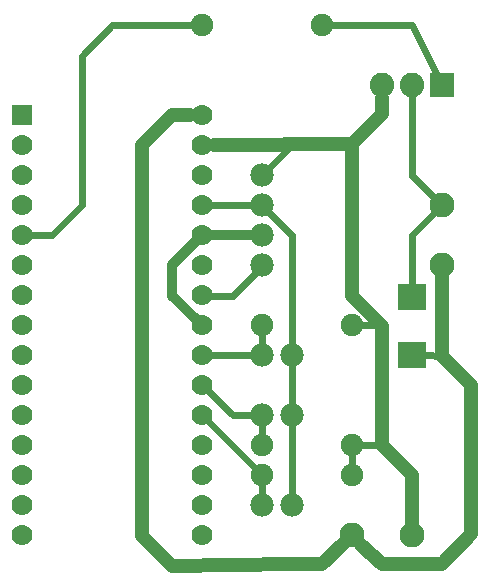
<source format=gbl>
G04 MADE WITH FRITZING*
G04 WWW.FRITZING.ORG*
G04 DOUBLE SIDED*
G04 HOLES PLATED*
G04 CONTOUR ON CENTER OF CONTOUR VECTOR*
%ASAXBY*%
%FSLAX23Y23*%
%MOIN*%
%OFA0B0*%
%SFA1.0B1.0*%
%ADD10C,0.075000*%
%ADD11C,0.082000*%
%ADD12C,0.083307*%
%ADD13C,0.078000*%
%ADD14C,0.070000*%
%ADD15R,0.082000X0.082000*%
%ADD16R,0.069972X0.070000*%
%ADD17C,0.024000*%
%ADD18C,0.032000*%
%ADD19C,0.048000*%
%LNCOPPER0*%
G90*
G70*
G54D10*
X1236Y539D03*
X936Y539D03*
X1236Y1039D03*
X936Y1039D03*
X1236Y639D03*
X936Y639D03*
X736Y2039D03*
X1136Y2039D03*
G54D11*
X1536Y1839D03*
X1436Y1839D03*
X1336Y1839D03*
G54D12*
X1536Y1239D03*
X1536Y1439D03*
X1236Y339D03*
X1436Y339D03*
G54D13*
X1036Y439D03*
X936Y439D03*
X1036Y939D03*
X936Y939D03*
X1036Y739D03*
X936Y739D03*
X936Y1539D03*
X936Y1439D03*
X936Y1339D03*
X936Y1239D03*
G54D14*
X136Y1739D03*
X136Y1639D03*
X136Y1539D03*
X136Y1439D03*
X136Y1339D03*
X136Y1239D03*
X136Y1139D03*
X136Y1039D03*
X136Y939D03*
X136Y839D03*
X136Y739D03*
X136Y639D03*
X136Y539D03*
X136Y439D03*
X136Y339D03*
X736Y1739D03*
X736Y1639D03*
X736Y1539D03*
X736Y1439D03*
X736Y1339D03*
X736Y1239D03*
X736Y1139D03*
X736Y1039D03*
X736Y939D03*
X736Y839D03*
X736Y739D03*
X736Y639D03*
X736Y539D03*
X736Y439D03*
X736Y339D03*
G54D15*
X1536Y1839D03*
G54D16*
X136Y1739D03*
G54D17*
X1037Y1639D02*
X957Y1560D01*
D02*
X765Y1639D02*
X1037Y1639D01*
D02*
X838Y1137D02*
X915Y1217D01*
D02*
X765Y1138D02*
X838Y1137D01*
D02*
X838Y1440D02*
X765Y1439D01*
D02*
X906Y1439D02*
X838Y1440D01*
G54D18*
D02*
X635Y1241D02*
X734Y1341D01*
D02*
X635Y1137D02*
X635Y1241D01*
D02*
X734Y1341D02*
X838Y1341D01*
D02*
X711Y1063D02*
X635Y1137D01*
D02*
X838Y1341D02*
X900Y1340D01*
G54D17*
D02*
X936Y668D02*
X936Y709D01*
D02*
X906Y739D02*
X838Y739D01*
D02*
X838Y739D02*
X757Y819D01*
D02*
X1335Y640D02*
X1434Y541D01*
D02*
X1265Y639D02*
X1335Y640D01*
D02*
X1434Y541D02*
X1436Y372D01*
D02*
X1335Y640D02*
X1265Y639D01*
D02*
X1335Y640D02*
X1434Y541D01*
D02*
X1434Y541D02*
X1335Y640D01*
D02*
X1335Y1037D02*
X1335Y640D01*
D02*
X1434Y1341D02*
X1436Y1170D01*
D02*
X1512Y1416D02*
X1434Y1341D01*
D02*
X1534Y938D02*
X1478Y939D01*
D02*
X1536Y1206D02*
X1534Y938D01*
D02*
X1236Y568D02*
X1236Y611D01*
G54D19*
D02*
X635Y237D02*
X1036Y242D01*
D02*
X1036Y242D02*
X1136Y242D01*
D02*
X1136Y242D02*
X1204Y309D01*
D02*
X535Y337D02*
X635Y237D01*
D02*
X696Y1739D02*
X636Y1739D01*
D02*
X535Y1639D02*
X535Y337D01*
D02*
X736Y1739D02*
X734Y1738D01*
G54D17*
D02*
X1434Y2040D02*
X1521Y1868D01*
D02*
X1165Y2039D02*
X1434Y2040D01*
G54D19*
D02*
X1534Y938D02*
X1536Y1195D01*
D02*
X1633Y840D02*
X1534Y938D01*
D02*
X1633Y342D02*
X1633Y840D01*
D02*
X1534Y242D02*
X1633Y342D01*
D02*
X1335Y242D02*
X1534Y242D01*
D02*
X1267Y308D02*
X1335Y242D01*
G54D17*
D02*
X1434Y1536D02*
X1512Y1462D01*
D02*
X1436Y1807D02*
X1434Y1536D01*
D02*
X337Y1937D02*
X337Y1440D01*
D02*
X436Y2041D02*
X337Y1937D01*
D02*
X707Y2039D02*
X436Y2041D01*
D02*
X337Y1440D02*
X237Y1341D01*
D02*
X237Y1341D02*
X165Y1340D01*
G54D19*
D02*
X1335Y640D02*
X1434Y541D01*
D02*
X1434Y541D02*
X1436Y383D01*
D02*
X1236Y1137D02*
X1335Y1037D01*
D02*
X1335Y1037D02*
X1335Y640D01*
D02*
X1235Y1642D02*
X1236Y1137D01*
D02*
X1335Y1742D02*
X1235Y1642D01*
D02*
X1335Y1796D02*
X1335Y1742D01*
D02*
X776Y1639D02*
X1235Y1642D01*
D02*
X1235Y1642D02*
X1335Y1742D01*
D02*
X1335Y1742D02*
X1335Y1796D01*
G54D17*
D02*
X916Y559D02*
X757Y719D01*
D02*
X936Y511D02*
X936Y469D01*
D02*
X1036Y969D02*
X1035Y1340D01*
D02*
X1035Y1340D02*
X957Y1418D01*
D02*
X1036Y909D02*
X1036Y769D01*
D02*
X1036Y709D02*
X1036Y469D01*
D02*
X906Y939D02*
X765Y939D01*
D02*
X936Y969D02*
X936Y1011D01*
G54D19*
D02*
X636Y1739D02*
X535Y1639D01*
G54D17*
D02*
X1336Y639D02*
X1265Y639D01*
D02*
X1336Y1040D02*
X1336Y639D01*
D02*
X1265Y1039D02*
X1336Y1040D01*
G36*
X1483Y896D02*
X1389Y896D01*
X1389Y982D01*
X1483Y982D01*
X1483Y896D01*
G37*
D02*
G36*
X1483Y1089D02*
X1389Y1089D01*
X1389Y1176D01*
X1483Y1176D01*
X1483Y1089D01*
G37*
D02*
G04 End of Copper0*
M02*
</source>
